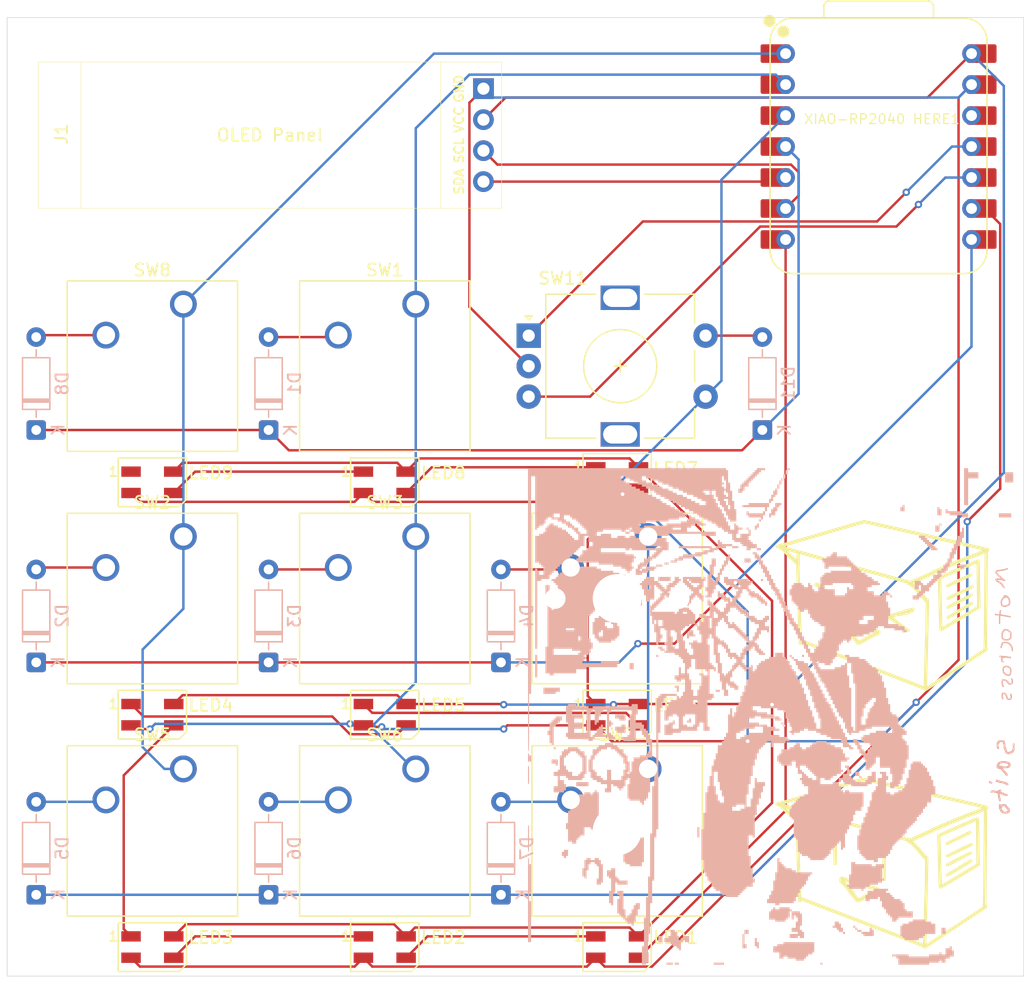
<source format=kicad_pcb>
(kicad_pcb (version 20241229) (generator "pcbnew") (generator_version "9.0")
  (layers (0 "F.Cu" signal) (2 "B.Cu" signal) (13 "F.Paste" user) (15 "B.Paste" user) (5 "F.SilkS" user "F.Silkscreen") (7 "B.SilkS" user "B.Silkscreen") (1 "F.Mask" user) (3 "B.Mask" user) (25 "Edge.Cuts" user))
  (net 0 "")
  (net 1 "Row 0")
  (net 2 "Net-(D1-A)")
  (net 3 "Net-(D2-A)")
  (net 4 "Net-(D3-A)")
  (net 5 "Row 1")
  (net 6 "Net-(D5-A)")
  (net 7 "Net-(D6-A)")
  (net 8 "Row 2")
  (net 9 "Net-(D8-A)")
  (net 10 "SW11S2")
  (net 11 "LED")
  (net 12 "+5V")
  (net 13 "GND")
  (net 14 "Net-(D4-A)")
  (net 15 "Net-(LED1-DOUT)")
  (net 16 "Net-(LED2-DOUT)")
  (net 17 "Net-(LED3-DOUT)")
  (net 18 "Net-(LED4-DOUT)")
  (net 19 "Net-(LED5-DOUT)")
  (net 20 "Net-(LED6-DOUT)")
  (net 21 "Net-(LED7-DOUT)")
  (net 22 "Net-(LED8-DOUT)")
  (net 23 "SDA")
  (net 24 "SCL")
  (net 26 "Column 0")
  (net 27 "Column 1")
  (net 28 "Column 2")
  (net 29 "SW11B")
  (net 30 "SW11A")
  (net 32 "Net-(D7-A)")
  (footprint "3D_Model_Footprints:LED_SK6812MINI_PLCC4_3.5x3.5mm_P1.75mm" (layer "F.Cu") (at 114.3 104.4175)
    (property "Reference" "LED7" (at 4.8 -0.775 0) (layer "F.SilkS"))
    (property "Value" "SK6812MINI")
    (fp_text user "1" (at -3.2 -0.875 0) (layer "F.SilkS") (effects (font (size 0.8 0.8))))
    (pad "1" smd rect (at -1.75 -0.875) (size 1.6 0.85) (layers "F.Cu" "F.Mask" "F.Paste") (net 21 "Net-(LED7-DOUT)"))
    (pad "2" smd rect (at -1.75 0.875) (size 1.6 0.85) (layers "F.Cu" "F.Mask" "F.Paste") (net 13 "GND"))
    (pad "3" smd rect (at 1.75 0.875) (size 1.6 0.85) (layers "F.Cu" "F.Mask" "F.Paste") (net 20 "Net-(LED6-DOUT)"))
    (pad "4" smd rect (at 1.75 -0.875) (size 1.6 0.85) (layers "F.Cu" "F.Mask" "F.Paste") (net 12 "+5V"))
  )
  (footprint "3D_Model_Footprints:XIAO-RP2040-DIP" (layer "F.Cu") (at 135.73125 77.25)
    (property "Reference" "XIAO-RP2040 HERE1" (at 0.26875 -2.25 0) (layer "F.SilkS") (effects (font (size 0.8 0.8) (thickness 0.1016))))
    (property "Value" "XIAO-RP2040-DIP")
    (pad "1" smd roundrect (at -8.455 -7.62 180) (size 2.432 1.524) (layers "F.Cu" "F.Mask") (roundrect_rratio 0.1) (net 26 "Column 0"))
    (pad "1" thru_hole circle (at -7.62 -7.62 180) (size 1.524 1.524) (drill 0.889) (layers "*.Cu" "*.Mask") (net 26 "Column 0"))
    (pad "2" smd roundrect (at -8.455 -5.08 180) (size 2.432 1.524) (layers "F.Cu" "F.Mask") (roundrect_rratio 0.1) (net 27 "Column 1"))
    (pad "2" thru_hole circle (at -7.62 -5.08 180) (size 1.524 1.524) (drill 0.889) (layers "*.Cu" "*.Mask") (net 27 "Column 1"))
    (pad "3" smd roundrect (at -8.455 -2.54 180) (size 2.432 1.524) (layers "F.Cu" "F.Mask") (roundrect_rratio 0.1) (net 28 "Column 2"))
    (pad "3" thru_hole circle (at -7.62 -2.54 180) (size 1.524 1.524) (drill 0.889) (layers "*.Cu" "*.Mask") (net 28 "Column 2"))
    (pad "4" smd roundrect (at -8.455 0 180) (size 2.432 1.524) (layers "F.Cu" "F.Mask") (roundrect_rratio 0.1) (net 1 "Row 0"))
    (pad "4" thru_hole circle (at -7.62 0 180) (size 1.524 1.524) (drill 0.889) (layers "*.Cu" "*.Mask") (net 1 "Row 0"))
    (pad "5" smd roundrect (at -8.455 2.54 180) (size 2.432 1.524) (layers "F.Cu" "F.Mask") (roundrect_rratio 0.1) (net 23 "SDA"))
    (pad "5" thru_hole circle (at -7.62 2.54 180) (size 1.524 1.524) (drill 0.889) (layers "*.Cu" "*.Mask") (net 23 "SDA"))
    (pad "6" smd roundrect (at -8.455 5.08 180) (size 2.432 1.524) (layers "F.Cu" "F.Mask") (roundrect_rratio 0.1) (net 24 "SCL"))
    (pad "6" thru_hole circle (at -7.62 5.08 180) (size 1.524 1.524) (drill 0.889) (layers "*.Cu" "*.Mask") (net 24 "SCL"))
    (pad "7" smd roundrect (at -8.455 7.62 180) (size 2.432 1.524) (layers "F.Cu" "F.Mask") (roundrect_rratio 0.1) (net 11 "LED"))
    (pad "7" thru_hole circle (at -7.62 7.62 180) (size 1.524 1.524) (drill 0.889) (layers "*.Cu" "*.Mask") (net 11 "LED"))
    (pad "8" thru_hole circle (at 7.62 7.62) (size 1.524 1.524) (drill 0.889) (layers "*.Cu" "*.Mask") (net 5 "Row 1"))
    (pad "8" smd roundrect (at 8.455 7.62) (size 2.432 1.524) (layers "F.Cu" "F.Mask") (roundrect_rratio 0.1) (net 5 "Row 1"))
    (pad "9" thru_hole circle (at 7.62 5.08) (size 1.524 1.524) (drill 0.889) (layers "*.Cu" "*.Mask") (net 8 "Row 2"))
    (pad "9" smd roundrect (at 8.455 5.08) (size 2.432 1.524) (layers "F.Cu" "F.Mask") (roundrect_rratio 0.1) (net 8 "Row 2"))
    (pad "10" thru_hole circle (at 7.62 2.54) (size 1.524 1.524) (drill 0.889) (layers "*.Cu" "*.Mask") (net 29 "SW11B"))
    (pad "10" smd roundrect (at 8.455 2.54) (size 2.432 1.524) (layers "F.Cu" "F.Mask") (roundrect_rratio 0.1) (net 29 "SW11B"))
    (pad "11" thru_hole circle (at 7.62 0) (size 1.524 1.524) (drill 0.889) (layers "*.Cu" "*.Mask") (net 30 "SW11A"))
    (pad "11" smd roundrect (at 8.455 0) (size 2.432 1.524) (layers "F.Cu" "F.Mask") (roundrect_rratio 0.1) (net 30 "SW11A"))
    (pad "12" thru_hole circle (at 7.62 -2.54) (size 1.524 1.524) (drill 0.889) (layers "*.Cu" "*.Mask"))
    (pad "12" smd roundrect (at 8.455 -2.54) (size 2.432 1.524) (layers "F.Cu" "F.Mask") (roundrect_rratio 0.1))
    (pad "13" thru_hole circle (at 7.62 -5.08) (size 1.524 1.524) (drill 0.889) (layers "*.Cu" "*.Mask") (net 13 "GND"))
    (pad "13" smd roundrect (at 8.455 -5.08) (size 2.432 1.524) (layers "F.Cu" "F.Mask") (roundrect_rratio 0.1) (net 13 "GND"))
    (pad "14" thru_hole circle (at 7.62 -7.62) (size 1.524 1.524) (drill 0.889) (layers "*.Cu" "*.Mask") (net 12 "+5V"))
    (pad "14" smd roundrect (at 8.455 -7.62) (size 2.432 1.524) (layers "F.Cu" "F.Mask") (roundrect_rratio 0.1) (net 12 "+5V"))
  )
  (footprint "3D_Model_Footprints:LED_SK6812MINI_PLCC4_3.5x3.5mm_P1.75mm" (layer "F.Cu") (at 95.25 142.875)
    (property "Reference" "LED2" (at 4.8 -0.775 0) (layer "F.SilkS"))
    (property "Value" "SK6812MINI")
    (fp_text user "1" (at -3.2 -0.875 0) (layer "F.SilkS") (effects (font (size 0.8 0.8))))
    (pad "1" smd rect (at -1.75 -0.875) (size 1.6 0.85) (layers "F.Cu" "F.Mask" "F.Paste") (net 16 "Net-(LED2-DOUT)"))
    (pad "2" smd rect (at -1.75 0.875) (size 1.6 0.85) (layers "F.Cu" "F.Mask" "F.Paste") (net 13 "GND"))
    (pad "3" smd rect (at 1.75 0.875) (size 1.6 0.85) (layers "F.Cu" "F.Mask" "F.Paste") (net 15 "Net-(LED1-DOUT)"))
    (pad "4" smd rect (at 1.75 -0.875) (size 1.6 0.85) (layers "F.Cu" "F.Mask" "F.Paste") (net 12 "+5V"))
  )
  (footprint "3D_Model_Footprints:SW_Cherry_MX_1.00u_PCB_With_3D_Model" (layer "F.Cu") (at 78.74 90.17)
    (property "Reference" "SW8" (at -2.54 -2.794 0) (layer "F.SilkS"))
    (property "Value" "SW_Push")
    (pad "" np_thru_hole circle (at -7.62 5.08) (size 1.7 1.7) (drill 1.7) (layers "*.Cu" "*.Mask"))
    (pad "" np_thru_hole circle (at -2.54 5.08) (size 4 4) (drill 4) (layers "*.Cu" "*.Mask"))
    (pad "" np_thru_hole circle (at 2.54 5.08) (size 1.7 1.7) (drill 1.7) (layers "*.Cu" "*.Mask"))
    (pad "1" thru_hole circle (at 0 0) (size 2.2 2.2) (drill 1.5) (layers "*.Cu" "*.Mask") (net 26 "Column 0"))
    (pad "2" thru_hole circle (at -6.35 2.54) (size 2.2 2.2) (drill 1.5) (layers "*.Cu" "*.Mask") (net 9 "Net-(D8-A)"))
  )
  (footprint "3D_Model_Footprints:SW_Cherry_MX_1.00u_PCB_With_3D_Model" (layer "F.Cu") (at 78.74 109.22)
    (property "Reference" "SW2" (at -2.54 -2.794 0) (layer "F.SilkS"))
    (property "Value" "SW_Push")
    (pad "" np_thru_hole circle (at -7.62 5.08) (size 1.7 1.7) (drill 1.7) (layers "*.Cu" "*.Mask"))
    (pad "" np_thru_hole circle (at -2.54 5.08) (size 4 4) (drill 4) (layers "*.Cu" "*.Mask"))
    (pad "" np_thru_hole circle (at 2.54 5.08) (size 1.7 1.7) (drill 1.7) (layers "*.Cu" "*.Mask"))
    (pad "1" thru_hole circle (at 0 0) (size 2.2 2.2) (drill 1.5) (layers "*.Cu" "*.Mask") (net 26 "Column 0"))
    (pad "2" thru_hole circle (at -6.35 2.54) (size 2.2 2.2) (drill 1.5) (layers "*.Cu" "*.Mask") (net 3 "Net-(D2-A)"))
  )
  (footprint "3D_Model_Footprints:LED_SK6812MINI_PLCC4_3.5x3.5mm_P1.75mm" (layer "F.Cu") (at 76.2 142.875)
    (property "Reference" "LED3" (at 4.8 -0.775 0) (layer "F.SilkS"))
    (property "Value" "SK6812MINI")
    (fp_text user "1" (at -3.2 -0.875 0) (layer "F.SilkS") (effects (font (size 0.8 0.8))))
    (pad "1" smd rect (at -1.75 -0.875) (size 1.6 0.85) (layers "F.Cu" "F.Mask" "F.Paste") (net 17 "Net-(LED3-DOUT)"))
    (pad "2" smd rect (at -1.75 0.875) (size 1.6 0.85) (layers "F.Cu" "F.Mask" "F.Paste") (net 13 "GND"))
    (pad "3" smd rect (at 1.75 0.875) (size 1.6 0.85) (layers "F.Cu" "F.Mask" "F.Paste") (net 16 "Net-(LED2-DOUT)"))
    (pad "4" smd rect (at 1.75 -0.875) (size 1.6 0.85) (layers "F.Cu" "F.Mask" "F.Paste") (net 12 "+5V"))
  )
  (footprint "3D_Model_Footprints:SW_Cherry_MX_1.00u_PCB_With_3D_Model" (layer "F.Cu") (at 116.84 109.22)
    (property "Reference" "SW4" (at -2.54 -2.794 0) (layer "F.SilkS"))
    (property "Value" "SW_Push")
    (pad "" np_thru_hole circle (at -7.62 5.08) (size 1.7 1.7) (drill 1.7) (layers "*.Cu" "*.Mask"))
    (pad "" np_thru_hole circle (at -2.54 5.08) (size 4 4) (drill 4) (layers "*.Cu" "*.Mask"))
    (pad "" np_thru_hole circle (at 2.54 5.08) (size 1.7 1.7) (drill 1.7) (layers "*.Cu" "*.Mask"))
    (pad "1" thru_hole circle (at 0 0) (size 2.2 2.2) (drill 1.5) (layers "*.Cu" "*.Mask") (net 28 "Column 2"))
    (pad "2" thru_hole circle (at -6.35 2.54) (size 2.2 2.2) (drill 1.5) (layers "*.Cu" "*.Mask") (net 14 "Net-(D4-A)"))
  )
  (footprint "3D_Model_Footprints:LED_SK6812MINI_PLCC4_3.5x3.5mm_P1.75mm" (layer "F.Cu") (at 76.2 104.775)
    (property "Reference" "LED9" (at 4.8 -0.775 0) (layer "F.SilkS"))
    (property "Value" "SK6812MINI")
    (fp_text user "1" (at -3.2 -0.875 0) (layer "F.SilkS") (effects (font (size 0.8 0.8))))
    (pad "1" smd rect (at -1.75 -0.875) (size 1.6 0.85) (layers "F.Cu" "F.Mask" "F.Paste"))
    (pad "2" smd rect (at -1.75 0.875) (size 1.6 0.85) (layers "F.Cu" "F.Mask" "F.Paste") (net 13 "GND"))
    (pad "3" smd rect (at 1.75 0.875) (size 1.6 0.85) (layers "F.Cu" "F.Mask" "F.Paste") (net 22 "Net-(LED8-DOUT)"))
    (pad "4" smd rect (at 1.75 -0.875) (size 1.6 0.85) (layers "F.Cu" "F.Mask" "F.Paste") (net 12 "+5V"))
  )
  (footprint "3D_Model_Footprints:SW_Cherry_MX_1.00u_PCB_With_3D_Model" (layer "F.Cu") (at 78.74 128.27)
    (property "Reference" "SW5" (at -2.54 -2.794 0) (layer "F.SilkS"))
    (property "Value" "SW_Push")
    (pad "" np_thru_hole circle (at -7.62 5.08) (size 1.7 1.7) (drill 1.7) (layers "*.Cu" "*.Mask"))
    (pad "" np_thru_hole circle (at -2.54 5.08) (size 4 4) (drill 4) (layers "*.Cu" "*.Mask"))
    (pad "" np_thru_hole circle (at 2.54 5.08) (size 1.7 1.7) (drill 1.7) (layers "*.Cu" "*.Mask"))
    (pad "1" thru_hole circle (at 0 0) (size 2.2 2.2) (drill 1.5) (layers "*.Cu" "*.Mask") (net 26 "Column 0"))
    (pad "2" thru_hole circle (at -6.35 2.54) (size 2.2 2.2) (drill 1.5) (layers "*.Cu" "*.Mask") (net 6 "Net-(D5-A)"))
  )
  (footprint "Images:tv2" (layer "F.Cu") (at 137 116)
    (property "Reference" "G***" (hide yes))
    (property "Value" "LOGO" (hide yes))
  )
  (footprint "3D_Model_Footprints:LED_SK6812MINI_PLCC4_3.5x3.5mm_P1.75mm" (layer "F.Cu") (at 95.25 104.775)
    (property "Reference" "LED8" (at 4.8 -0.775 0) (layer "F.SilkS"))
    (property "Value" "SK6812MINI")
    (fp_text user "1" (at -3.2 -0.875 0) (layer "F.SilkS") (effects (font (size 0.8 0.8))))
    (pad "1" smd rect (at -1.75 -0.875) (size 1.6 0.85) (layers "F.Cu" "F.Mask" "F.Paste") (net 22 "Net-(LED8-DOUT)"))
    (pad "2" smd rect (at -1.75 0.875) (size 1.6 0.85) (layers "F.Cu" "F.Mask" "F.Paste") (net 13 "GND"))
    (pad "3" smd rect (at 1.75 0.875) (size 1.6 0.85) (layers "F.Cu" "F.Mask" "F.Paste") (net 21 "Net-(LED7-DOUT)"))
    (pad "4" smd rect (at 1.75 -0.875) (size 1.6 0.85) (layers "F.Cu" "F.Mask" "F.Paste") (net 12 "+5V"))
  )
  (footprint "3D_Model_Footprints:SW_Cherry_MX_1.00u_PCB_With_3D_Model" (layer "F.Cu") (at 97.79 109.22)
    (property "Reference" "SW3" (at -2.54 -2.794 0) (layer "F.SilkS"))
    (property "Value" "SW_Push")
    (pad "" np_thru_hole circle (at -7.62 5.08) (size 1.7 1.7) (drill 1.7) (layers "*.Cu" "*.Mask"))
    (pad "" np_thru_hole circle (at -2.54 5.08) (size 4 4) (drill 4) (layers "*.Cu" "*.Mask"))
    (pad "" np_thru_hole circle (at 2.54 5.08) (size 1.7 1.7) (drill 1.7) (layers "*.Cu" "*.Mask"))
    (pad "1" thru_hole circle (at 0 0) (size 2.2 2.2) (drill 1.5) (layers "*.Cu" "*.Mask") (net 27 "Column 1"))
    (pad "2" thru_hole circle (at -6.35 2.54) (size 2.2 2.2) (drill 1.5) (layers "*.Cu" "*.Mask") (net 4 "Net-(D3-A)"))
  )
  (footprint "3D_Model_Footprints:SW_Cherry_MX_1.00u_PCB_With_3D_Model" (layer "F.Cu") (at 97.79 128.27)
    (property "Reference" "SW6" (at -2.54 -2.794 0) (layer "F.SilkS"))
    (property "Value" "SW_Push")
    (pad "" np_thru_hole circle (at -7.62 5.08) (size 1.7 1.7) (drill 1.7) (layers "*.Cu" "*.Mask"))
    (pad "" np_thru_hole circle (at -2.54 5.08) (size 4 4) (drill 4) (layers "*.Cu" "*.Mask"))
    (pad "" np_thru_hole circle (at 2.54 5.08) (size 1.7 1.7) (drill 1.7) (layers "*.Cu" "*.Mask"))
    (pad "1" thru_hole circle (at 0 0) (size 2.2 2.2) (drill 1.5) (layers "*.Cu" "*.Mask") (net 27 "Column 1"))
    (pad "2" thru_hole circle (at -6.35 2.54) (size 2.2 2.2) (drill 1.5) (layers "*.Cu" "*.Mask") (net 7 "Net-(D6-A)"))
  )
  (footprint "3D_Model_Footprints:SW_Cherry_MX_1.00u_PCB_With_3D_Model" (layer "F.Cu") (at 116.84 128.27)
    (property "Reference" "SW7" (at -2.54 -2.794 0) (layer "F.SilkS"))
    (property "Value" "SW_Push")
    (pad "" np_thru_hole circle (at -7.62 5.08) (size 1.7 1.7) (drill 1.7) (layers "*.Cu" "*.Mask"))
    (pad "" np_thru_hole circle (at -2.54 5.08) (size 4 4) (drill 4) (layers "*.Cu" "*.Mask"))
    (pad "" np_thru_hole circle (at 2.54 5.08) (size 1.7 1.7) (drill 1.7) (layers "*.Cu" "*.Mask"))
    (pad "1" thru_hole circle (at 0 0) (size 2.2 2.2) (drill 1.5) (layers "*.Cu" "*.Mask") (net 28 "Column 2"))
    (pad "2" thru_hole circle (at -6.35 2.54) (size 2.2 2.2) (drill 1.5) (layers "*.Cu" "*.Mask") (net 32 "Net-(D7-A)"))
  )
  (footprint "3D_Model_Footprints:SSD1306-0.91-OLED-4pin" (layer "F.Cu") (at 66.84 70.315)
    (property "Reference" "J1" (at 1.9 5.91 90) (layer "F.SilkS"))
    (property "Value" "OLED Connection")
    (fp_text user "OLED Panel" (at 19 6 0) (layer "F.SilkS"))
    (fp_text user "SDA" (at 34.5 9.81 270) (layer "F.SilkS") (effects (font (size 0.75 0.75))))
    (fp_text user "VCC" (at 34.5 4.73 270) (layer "F.SilkS") (effects (font (size 0.75 0.75))))
    (fp_text user "GND" (at 34.5 2.19 270) (layer "F.SilkS") (effects (font (size 0.75 0.75))))
    (fp_text user "SCL" (at 34.5 7.27 270) (layer "F.SilkS") (effects (font (size 0.75 0.75))))
    (pad "1" thru_hole rect (at 36.5 2.19) (size 1.7 1.7) (drill 1) (layers "*.Cu" "*.Mask") (net 13 "GND"))
    (pad "2" thru_hole oval (at 36.5 4.73) (size 1.7 1.7) (drill 1) (layers "*.Cu" "*.Mask") (net 12 "+5V"))
    (pad "3" thru_hole oval (at 36.5 7.27) (size 1.7 1.7) (drill 1) (layers "*.Cu" "*.Mask") (net 24 "SCL"))
    (pad "4" thru_hole oval (at 36.5 9.81) (size 1.7 1.7) (drill 1) (layers "*.Cu" "*.Mask") (net 23 "SDA"))
  )
  (footprint "3D_Model_Footprints:LED_SK6812MINI_PLCC4_3.5x3.5mm_P1.75mm" (layer "F.Cu") (at 114.3 123.825)
    (property "Reference" "LED6" (at 4.8 -0.775 0) (layer "F.SilkS"))
    (property "Value" "SK6812MINI")
    (fp_text user "1" (at -3.2 -0.875 0) (layer "F.SilkS") (effects (font (size 0.8 0.8))))
    (pad "1" smd rect (at -1.75 -0.875) (size 1.6 0.85) (layers "F.Cu" "F.Mask" "F.Paste") (net 20 "Net-(LED6-DOUT)"))
    (pad "2" smd rect (at -1.75 0.875) (size 1.6 0.85) (layers "F.Cu" "F.Mask" "F.Paste") (net 13 "GND"))
    (pad "3" smd rect (at 1.75 0.875) (size 1.6 0.85) (layers "F.Cu" "F.Mask" "F.Paste") (net 19 "Net-(LED5-DOUT)"))
    (pad "4" smd rect (at 1.75 -0.875) (size 1.6 0.85) (layers "F.Cu" "F.Mask" "F.Paste") (net 12 "+5V"))
  )
  (footprint "3D_Model_Footprints:RotaryEncoder_Alps_EC11E-Switch_Vertical_H20mm" (layer "F.Cu") (at 107.05 92.75)
    (property "Reference" "SW11" (at 2.8 -4.7 0) (layer "F.SilkS"))
    (property "Value" "RotaryEncoder_Switch")
    (pad "A" thru_hole rect (at 0 0) (size 2 2) (drill 1) (layers "*.Cu" "*.Mask") (net 30 "SW11A"))
    (pad "B" thru_hole circle (at 0 5) (size 2 2) (drill 1) (layers "*.Cu" "*.Mask") (net 29 "SW11B"))
    (pad "C" thru_hole circle (at 0 2.5) (size 2 2) (drill 1) (layers "*.Cu" "*.Mask") (net 13 "GND"))
    (pad "MP" thru_hole rect (at 7.5 -3.1) (size 3.2 2) (drill oval 2.8 1.5) (layers "*.Cu" "*.Mask"))
    (pad "MP" thru_hole rect (at 7.5 8.1) (size 3.2 2) (drill oval 2.8 1.5) (layers "*.Cu" "*.Mask"))
    (pad "S1" thru_hole circle (at 14.5 5) (size 2 2) (drill 1) (layers "*.Cu" "*.Mask") (net 28 "Column 2"))
    (pad "S2" thru_hole circle (at 14.5 0) (size 2 2) (drill 1) (layers "*.Cu" "*.Mask") (net 10 "SW11S2"))
  )
  (footprint "3D_Model_Footprints:LED_SK6812MINI_PLCC4_3.5x3.5mm_P1.75mm" (layer "F.Cu") (at 114.3 142.875)
    (property "Reference" "LED1" (at 4.8 -0.775 0) (layer "F.SilkS"))
    (property "Value" "SK6812MINI")
    (fp_text user "1" (at -3.2 -0.875 0) (layer "F.SilkS") (effects (font (size 0.8 0.8))))
    (pad "1" smd rect (at -1.75 -0.875) (size 1.6 0.85) (layers "F.Cu" "F.Mask" "F.Paste") (net 15 "Net-(LED1-DOUT)"))
    (pad "2" smd rect (at -1.75 0.875) (size 1.6 0.85) (layers "F.Cu" "F.Mask" "F.Paste") (net 13 "GND"))
    (pad "3" smd rect (at 1.75 0.875) (size 1.6 0.85) (layers "F.Cu" "F.Mask" "F.Paste") (net 11 "LED"))
    (pad "4" smd rect (at 1.75 -0.875) (size 1.6 0.85) (layers "F.Cu" "F.Mask" "F.Paste") (net 12 "+5V"))
  )
  (footprint "Images:tv" (layer "F.Cu") (at 136.947039 137.118742)
    (property "Reference" "G***" (hide yes))
    (property "Value" "LOGO" (hide yes))
  )
  (footprint "3D_Model_Footprints:SW_Cherry_MX_1.00u_PCB_With_3D_Model" (layer "F.Cu") (at 97.79 90.17)
    (property "Reference" "SW1" (at -2.54 -2.794 0) (layer "F.SilkS"))
    (property "Value" "SW_Push")
    (pad "" np_thru_hole circle (at -7.62 5.08) (size 1.7 1.7) (drill 1.7) (layers "*.Cu" "*.Mask"))
    (pad "" np_thru_hole circle (at -2.54 5.08) (size 4 4) (drill 4) (layers "*.Cu" "*.Mask"))
    (pad "" np_thru_hole circle (at 2.54 5.08) (size 1.7 1.7) (drill 1.7) (layers "*.Cu" "*.Mask"))
    (pad "1" thru_hole circle (at 0 0) (size 2.2 2.2) (drill 1.5) (layers "*.Cu" "*.Mask") (net 27 "Column 1"))
    (pad "2" thru_hole circle (at -6.35 2.54) (size 2.2 2.2) (drill 1.5) (layers "*.Cu" "*.Mask") (net 2 "Net-(D1-A)"))
  )
  (footprint "3D_Model_Footprints:LED_SK6812MINI_PLCC4_3.5x3.5mm_P1.75mm" (layer "F.Cu") (at 76.2 123.825)
    (property "Reference" "LED4" (at 4.8 -0.775 0) (layer "F.SilkS"))
    (property "Value" "SK6812MINI")
    (fp_text user "1" (at -3.2 -0.875 0) (layer "F.SilkS") (effects (font (size 0.8 0.8))))
    (pad "1" smd rect (at -1.75 -0.875) (size 1.6 0.85) (layers "F.Cu" "F.Mask" "F.Paste") (net 18 "Net-(LED4-DOUT)"))
    (pad "2" smd rect (at -1.75 0.875) (size 1.6 0.85) (layers "F.Cu" "F.Mask" "F.Paste") (net 13 "GND"))
    (pad "3" smd rect (at 1.75 0.875) (size 1.6 0.85) (layers "F.Cu" "F.Mask" "F.Paste") (net 17 "Net-(LED3-DOUT)"))
    (pad "4" smd rect (at 1.75 -0.875) (size 1.6 0.85) (layers "F.Cu" "F.Mask" "F.Paste") (net 12 "+5V"))
  )
  (footprint "3D_Model_Footprints:LED_SK6812MINI_PLCC4_3.5x3.5mm_P1.75mm" (layer "F.Cu") (at 95.25 123.825)
    (property "Reference" "LED5" (at 4.8 -0.775 0) (layer "F.SilkS"))
    (property "Value" "SK6812MINI")
    (fp_text user "1" (at -3.2 -0.875 0) (layer "F.SilkS") (effects (font (size 0.8 0.8))))
    (pad "1" smd rect (at -1.75 -0.875) (size 1.6 0.85) (layers "F.Cu" "F.Mask" "F.Paste") (net 19 "Net-(LED5-DOUT)"))
    (pad "2" smd rect (at -1.75 0.875) (size 1.6 0.85) (layers "F.Cu" "F.Mask" "F.Paste") (net 13 "GND"))
    (pad "3" smd rect (at 1.75 0.875) (size 1.6 0.85) (layers "F.Cu" "F.Mask" "F.Paste") (net 18 "Net-(LED4-DOUT)"))
    (pad "4" smd rect (at 1.75 -0.875) (size 1.6 0.85) (layers "F.Cu" "F.Mask" "F.Paste") (net 12 "+5V"))
  )
  (footprint "Diode_THT:D_DO-35_SOD27_P7.62mm_Horizontal" (layer "B.Cu") (at 85.725 119.53875 90)
    (property "Reference" "D3" (at 3.81 2.12 90) (layer "B.SilkS") (effects (justify mirror)))
    (property "Value" "1N4148")
    (fp_text user "K" (at 0 1.8 90) (layer "B.SilkS") (effects (justify mirror)))
    (pad "1" thru_hole roundrect (at 0 0 90) (size 1.6 1.6) (drill 0.8) (layers "*.Cu" "*.Mask") (roundrect_rratio 0.15625) (net 5 "Row 1"))
    (pad "2" thru_hole circle (at 7.62 0 90) (size 1.6 1.6) (drill 0.8) (layers "*.Cu" "*.Mask") (net 4 "Net-(D3-A)"))
  )
  (footprint "Diode_THT:D_DO-35_SOD27_P7.62mm_Horizontal" (layer "B.Cu") (at 85.725 138.58875 90)
    (property "Reference" "D6" (at 3.81 2.12 90) (layer "B.SilkS") (effects (justify mirror)))
    (property "Value" "1N4148")
    (fp_text user "K" (at 0 1.8 90) (layer "B.SilkS") (effects (justify mirror)))
    (pad "1" thru_hole roundrect (at 0 0 90) (size 1.6 1.6) (drill 0.8) (layers "*.Cu" "*.Mask") (roundrect_rratio 0.15625) (net 8 "Row 2"))
    (pad "2" thru_hole circle (at 7.62 0 90) (size 1.6 1.6) (drill 0.8) (layers "*.Cu" "*.Mask") (net 7 "Net-(D6-A)"))
  )
  (footprint "Diode_THT:D_DO-35_SOD27_P7.62mm_Horizontal" (layer "B.Cu") (at 66.675 100.48875 90)
    (property "Reference" "D8" (at 3.81 2.12 90) (layer "B.SilkS") (effects (justify mirror)))
    (property "Value" "1N4148")
    (fp_text user "K" (at 0 1.8 90) (layer "B.SilkS") (effects (justify mirror)))
    (pad "1" thru_hole roundrect (at 0 0 90) (size 1.6 1.6) (drill 0.8) (layers "*.Cu" "*.Mask") (roundrect_rratio 0.15625) (net 1 "Row 0"))
    (pad "2" thru_hole circle (at 7.62 0 90) (size 1.6 1.6) (drill 0.8) (layers "*.Cu" "*.Mask") (net 9 "Net-(D8-A)"))
  )
  (footprint "Images:anime" (layer "B.Cu") (at 127 124 180)
    (property "Reference" "anime" (hide yes))
    (property "Value" "LOGO" (hide yes))
  )
  (footprint "Diode_THT:D_DO-35_SOD27_P7.62mm_Horizontal" (layer "B.Cu") (at 66.675 119.53875 90)
    (property "Reference" "D2" (at 3.81 2.12 90) (layer "B.SilkS") (effects (justify mirror)))
    (property "Value" "1N4148")
    (fp_text user "K" (at 0 1.8 90) (layer "B.SilkS") (effects (justify mirror)))
    (pad "1" thru_hole roundrect (at 0 0 90) (size 1.6 1.6) (drill 0.8) (layers "*.Cu" "*.Mask") (roundrect_rratio 0.15625) (net 5 "Row 1"))
    (pad "2" thru_hole circle (at 7.62 0 90) (size 1.6 1.6) (drill 0.8) (layers "*.Cu" "*.Mask") (net 3 "Net-(D2-A)"))
  )
  (footprint "Diode_THT:D_DO-35_SOD27_P7.62mm_Horizontal" (layer "B.Cu") (at 126.20625 100.48875 90)
    (property "Reference" "D11" (at 3.81 2.12 90) (layer "B.SilkS") (effects (justify mirror)))
    (property "Value" "1N4148")
    (fp_text user "K" (at 0 1.8 90) (layer "B.SilkS") (effects (justify mirror)))
    (pad "1" thru_hole roundrect (at 0 0 90) (size 1.6 1.6) (drill 0.8) (layers "*.Cu" "*.Mask") (roundrect_rratio 0.15625) (net 1 "Row 0"))
    (pad "2" thru_hole circle (at 7.62 0 90) (size 1.6 1.6) (drill 0.8) (layers "*.Cu" "*.Mask") (net 10 "SW11S2"))
  )
  (footprint "Diode_THT:D_DO-35_SOD27_P7.62mm_Horizontal" (layer "B.Cu") (at 104.775 138.58875 90)
    (property "Reference" "D7" (at 3.81 2.12 90) (layer "B.SilkS") (effects (justify mirror)))
    (property "Value" "1N4148")
    (fp_text user "K" (at 0 1.8 90) (layer "B.SilkS") (effects (justify mirror)))
    (pad "1" thru_hole roundrect (at 0 0 90) (size 1.6 1.6) (drill 0.8) (layers "*.Cu" "*.Mask") (roundrect_rratio 0.15625) (net 8 "Row 2"))
    (pad "2" thru_hole circle (at 7.62 0 90) (size 1.6 1.6) (drill 0.8) (layers "*.Cu" "*.Mask") (net 32 "Net-(D7-A)"))
  )
  (footprint "Diode_THT:D_DO-35_SOD27_P7.62mm_Horizontal" (layer "B.Cu") (at 66.675 138.58875 90)
    (property "Reference" "D5" (at 3.81 2.12 90) (layer "B.SilkS") (effects (justify mirror)))
    (property "Value" "1N4148")
    (fp_text user "K" (at 0 1.8 90) (layer "B.SilkS") (effects (justify mirror)))
    (pad "1" thru_hole roundrect (at 0 0 90) (size 1.6 1.6) (drill 0.8) (layers "*.Cu" "*.Mask") (roundrect_rratio 0.15625) (net 8 "Row 2"))
    (pad "2" thru_hole circle (at 7.62 0 90) (size 1.6 1.6) (drill 0.8) (layers "*.Cu" "*.Mask") (net 6 "Net-(D5-A)"))
  )
  (footprint "Diode_THT:D_DO-35_SOD27_P7.62mm_Horizontal" (layer "B.Cu") (at 104.775 119.53875 90)
    (property "Reference" "D4" (at 3.81 2.12 90) (layer "B.SilkS") (effects (justify mirror)))
    (property "Value" "1N4148")
    (fp_text user "K" (at 0 1.8 90) (layer "B.SilkS") (effects (justify mirror)))
    (pad "1" thru_hole roundrect (at 0 0 90) (size 1.6 1.6) (drill 0.8) (layers "*.Cu" "*.Mask") (roundrect_rratio 0.15625) (net 5 "Row 1"))
    (pad "2" thru_hole circle (at 7.62 0 90) (size 1.6 1.6) (drill 0.8) (layers "*.Cu" "*.Mask") (net 14 "Net-(D4-A)"))
  )
  (footprint "Diode_THT:D_DO-35_SOD27_P7.62mm_Horizontal" (layer "B.Cu") (at 85.725 100.48875 90)
    (property "Reference" "D1" (at 3.81 2.12 90) (layer "B.SilkS") (effects (justify mirror)))
    (property "Value" "1N4148")
    (fp_text user "K" (at 0 1.8 90) (layer "B.SilkS") (effects (justify mirror)))
    (pad "1" thru_hole roundrect (at 0 0 90) (size 1.6 1.6) (drill 0.8) (layers "*.Cu" "*.Mask") (roundrect_rratio 0.15625) (net 1 "Row 0"))
    (pad "2" thru_hole circle (at 7.62 0 90) (size 1.6 1.6) (drill 0.8) (layers "*.Cu" "*.Mask") (net 2 "Net-(D1-A)"))
  )
  (gr_rect (start 64.29375 66.675) (end 147.6375 145.25625) (stroke (width 0.05)) (fill no) (layer "Edge.Cuts"))
  (segment (start 66.675 100.48875) (end 85.725 100.48875) (width 0.2) (layer "F.Cu") (net 1))
  (segment (start 124.544 102.151) (end 126.20625 100.48875) (width 0.2) (layer "F.Cu") (net 1))
  (segment (start 87.38725 102.151) (end 124.544 102.151) (width 0.2) (layer "F.Cu") (net 1))
  (segment (start 85.725 100.48875) (end 87.38725 102.151) (width 0.2) (layer "F.Cu") (net 1))
  (segment (start 129.17425 97.52075) (end 129.17425 78.313) (width 0.2) (layer "B.Cu") (net 1))
  (segment (start 126.20625 100.48875) (end 129.17425 97.52075) (width 0.2) (layer "B.Cu") (net 1))
  (segment (start 129.17425 78.313) (end 128.11125 77.25) (width 0.2) (layer "B.Cu") (net 1))
  (segment (start 85.725 92.86875) (end 91.28125 92.86875) (width 0.2) (layer "F.Cu") (net 2))
  (segment (start 91.28125 92.86875) (end 91.44 92.71) (width 0.2) (layer "F.Cu") (net 2))
  (segment (start 66.83375 111.76) (end 66.675 111.91875) (width 0.2) (layer "F.Cu") (net 3))
  (segment (start 72.39 111.76) (end 66.83375 111.76) (width 0.2) (layer "F.Cu") (net 3))
  (segment (start 91.28125 111.91875) (end 91.44 111.76) (width 0.2) (layer "F.Cu") (net 4))
  (segment (start 85.725 111.91875) (end 91.28125 111.91875) (width 0.2) (layer "F.Cu") (net 4))
  (segment (start 116 118) (end 119 118) (width 0.2) (layer "F.Cu") (net 5))
  (segment (start 119 118) (end 124 113) (width 0.2) (layer "F.Cu") (net 5))
  (segment (start 85.725 119.53875) (end 104.775 119.53875) (width 0.2) (layer "F.Cu") (net 5))
  (segment (start 66.675 119.53875) (end 85.725 119.53875) (width 0.2) (layer "F.Cu") (net 5))
  (via (at 116 118) (size 0.6) (drill 0.3) (layers "F.Cu" "B.Cu") (net 5))
  (via (at 124 113) (size 0.6) (drill 0.3) (layers "F.Cu" "B.Cu") (net 5))
  (segment (start 114.46125 119.53875) (end 116 118) (width 0.2) (layer "B.Cu") (net 5))
  (segment (start 124 113) (end 143.35125 93.64875) (width 0.2) (layer "B.Cu") (net 5))
  (segment (start 143.35125 93.64875) (end 143.35125 84.87) (width 0.2) (layer "B.Cu") (net 5))
  (segment (start 104.775 119.53875) (end 114.46125 119.53875) (width 0.2) (layer "B.Cu") (net 5))
  (segment (start 72.23125 130.96875) (end 72.39 130.81) (width 0.2) (layer "B.Cu") (net 6))
  (segment (start 66.675 130.96875) (end 72.23125 130.96875) (width 0.2) (layer "B.Cu") (net 6))
  (segment (start 91.28125 130.96875) (end 91.44 130.81) (width 0.2) (layer "B.Cu") (net 7))
  (segment (start 85.725 130.96875) (end 91.28125 130.96875) (width 0.2) (layer "B.Cu") (net 7))
  (segment (start 144.42888 82.33) (end 143.35125 82.33) (width 0.2) (layer "F.Cu") (net 8))
  (segment (start 145.70325 83.60437) (end 144.42888 82.33) (width 0.2) (layer "F.Cu") (net 8))
  (segment (start 145.70325 105.29675) (end 145.70325 83.60437) (width 0.2) (layer "F.Cu") (net 8))
  (segment (start 143 108) (end 145.70325 105.29675) (width 0.2) (layer "F.Cu") (net 8))
  (via (at 143 108) (size 0.6) (drill 0.3) (layers "F.Cu" "B.Cu") (net 8))
  (segment (start 66.675 138.58875) (end 85.725 138.58875) (width 0.2) (layer "B.Cu") (net 8))
  (segment (start 123.888193 138.58875) (end 143 119.476943) (width 0.2) (layer "B.Cu") (net 8))
  (segment (start 104.775 138.58875) (end 123.888193 138.58875) (width 0.2) (layer "B.Cu") (net 8))
  (segment (start 143 119.476943) (end 143 108) (width 0.2) (layer "B.Cu") (net 8))
  (segment (start 85.725 138.58875) (end 104.775 138.58875) (width 0.2) (layer "B.Cu") (net 8))
  (segment (start 66.83375 92.71) (end 66.675 92.86875) (width 0.2) (layer "F.Cu") (net 9))
  (segment (start 72.39 92.71) (end 66.83375 92.71) (width 0.2) (layer "F.Cu") (net 9))
  (segment (start 121.55 92.75) (end 126.0875 92.75) (width 0.2) (layer "F.Cu") (net 10))
  (segment (start 126.0875 92.75) (end 126.20625 92.86875) (width 0.2) (layer "F.Cu") (net 10))
  (segment (start 116.05 143.75) (end 128.11125 131.68875) (width 0.2) (layer "F.Cu") (net 11))
  (segment (start 128.11125 131.68875) (end 128.11125 84.87) (width 0.2) (layer "F.Cu") (net 11))
  (segment (start 139.74825 73.233) (end 143.35125 69.63) (width 0.2) (layer "F.Cu") (net 12))
  (segment (start 116.05 103.5425) (end 127 114.4925) (width 0.2) (layer "F.Cu") (net 12))
  (segment (start 127 114.4925) (end 127 123) (width 0.2) (layer "F.Cu") (net 12))
  (segment (start 77.95 122.95) (end 78.676 122.224) (width 0.2) (layer "F.Cu") (net 12))
  (segment (start 97.726 141.274) (end 97 142) (width 0.2) (layer "F.Cu") (net 12))
  (segment (start 115.324 102.8165) (end 116.05 103.5425) (width 0.2) (layer "F.Cu") (net 12))
  (segment (start 116.05 122.95) (end 126.95 122.95) (width 0.2) (layer "F.Cu") (net 12))
  (segment (start 78.676 103.174) (end 96.274 103.174) (width 0.2) (layer "F.Cu") (net 12))
  (segment (start 96.274 103.174) (end 97 103.9) (width 0.2) (layer "F.Cu") (net 12))
  (segment (start 126.95 122.95) (end 127 123) (width 0.2) (layer "F.Cu") (net 12))
  (segment (start 78.95 141) (end 77.95 142) (width 0.2) (layer "F.Cu") (net 12))
  (segment (start 103.34 75.045) (end 105.152 73.233) (width 0.2) (layer "F.Cu") (net 12))
  (segment (start 114 123) (end 114.05 122.95) (width 0.2) (layer "F.Cu") (net 12))
  (segment (start 114.05 122.95) (end 116.05 122.95) (width 0.2) (layer "F.Cu") (net 12))
  (segment (start 97 103.9) (end 98.0835 102.8165) (width 0.2) (layer "F.Cu") (net 12))
  (segment (start 96.274 122.224) (end 97 122.95) (width 0.2) (layer "F.Cu") (net 12))
  (segment (start 127 131.05) (end 127 123) (width 0.2) (layer "F.Cu") (net 12))
  (segment (start 98.0835 102.8165) (end 115.324 102.8165) (width 0.2) (layer "F.Cu") (net 12))
  (segment (start 116.05 142) (end 115.324 141.274) (width 0.2) (layer "F.Cu") (net 12))
  (segment (start 96 141) (end 78.95 141) (width 0.2) (layer "F.Cu") (net 12))
  (segment (start 97 142) (end 96 141) (width 0.2) (layer "F.Cu") (net 12))
  (segment (start 115.324 141.274) (end 97.726 141.274) (width 0.2) (layer "F.Cu") (net 12))
  (segment (start 97 122.95) (end 104.95 122.95) (width 0.2) (layer "F.Cu") (net 12))
  (segment (start 77.95 103.9) (end 78.676 103.174) (width 0.2) (layer "F.Cu") (net 12))
  (segment (start 116.05 142) (end 127 131.05) (width 0.2) (layer "F.Cu") (net 12))
  (segment (start 105.152 73.233) (end 139.74825 73.233) (width 0.2) (layer "F.Cu") (net 12))
  (segment (start 78.676 122.224) (end 96.274 122.224) (width 0.2) (layer "F.Cu") (net 12))
  (segment (start 104.95 122.95) (end 105 123) (width 0.2) (layer "F.Cu") (net 12))
  (via (at 114 123) (size 0.6) (drill 0.3) (layers "F.Cu" "B.Cu") (net 12))
  (via (at 105 123) (size 0.6) (drill 0.3) (layers "F.Cu" "B.Cu") (net 12))
  (via (at 127 123) (size 0.6) (drill 0.3) (layers "F.Cu" "B.Cu") (net 12))
  (segment (start 146 72.27875) (end 143.35125 69.63) (width 0.2) (layer "B.Cu") (net 12))
  (segment (start 105 123) (end 114 123) (width 0.2) (layer "B.Cu") (net 12))
  (segment (start 146 104) (end 146 72.27875) (width 0.2) (layer "B.Cu") (net 12))
  (segment (start 127 123) (end 146 104) (width 0.2) (layer "B.Cu") (net 12))
  (segment (start 102.189 90.389) (end 102.189 73.656) (width 0.2) (layer "F.Cu") (net 13))
  (segment (start 93.5 143.75) (end 94.226 144.476) (width 0.2) (layer "F.Cu") (net 13))
  (segment (start 105.3 124.7) (end 105 125) (width 0.2) (layer "F.Cu") (net 13))
  (segment (start 93.5 124.7) (end 92.521529 124.7) (width 0.2) (layer "F.Cu") (net 13))
  (segment (start 93.626 124.826) (end 93.5 124.7) (width 0.2) (layer "F.Cu") (net 13))
  (segment (start 93.5 105.65) (end 94.226 106.376) (width 0.2) (layer "F.Cu") (net 13))
  (segment (start 113.276 144.476) (end 117.151 144.476) (width 0.2) (layer "F.Cu") (net 13))
  (segment (start 112.55 143.75) (end 113.276 144.476) (width 0.2) (layer "F.Cu") (net 13))
  (segment (start 112.55 124.7) (end 105.3 124.7) (width 0.2) (layer "F.Cu") (net 13))
  (segment (start 92.521529 124.7) (end 92.399212 124.577683) (width 0.2) (layer "F.Cu") (net 13))
  (segment (start 117.151 144.476) (end 138.8135 122.8135) (width 0.2) (layer "F.Cu") (net 13))
  (segment (start 74.45 143.75) (end 75.176 144.476) (width 0.2) (layer "F.Cu") (net 13))
  (segment (start 94.226 106.376) (end 111.4665 106.376) (width 0.2) (layer "F.Cu") (net 13))
  (segment (start 142.28825 119.33875) (end 142.28825 73.233) (width 0.2) (layer "F.Cu") (net 13))
  (segment (start 74.45 105.65) (end 75.176 106.376) (width 0.2) (layer "F.Cu") (net 13))
  (segment (start 75.176 106.376) (end 92.774 106.376) (width 0.2) (layer "F.Cu") (net 13))
  (segment (start 107.05 95.25) (end 102.189 90.389) (width 0.2) (layer "F.Cu") (net 13))
  (segment (start 94.226 144.476) (end 111.824 144.476) (width 0.2) (layer "F.Cu") (net 13))
  (segment (start 142.28825 73.233) (end 143.35125 72.17) (width 0.2) (layer "F.Cu") (net 13))
  (segment (start 92.774 106.376) (end 93.5 105.65) (width 0.2) (layer "F.Cu") (net 13))
  (segment (start 112.55 124.7) (end 113.85 126) (width 0.2) (layer "F.Cu") (net 13))
  (segment (start 111.824 144.476) (end 112.55 143.75) (width 0.2) (layer "F.Cu") (net 13))
  (segment (start 102.189 73.656) (end 103.34 72.505) (width 0.2) (layer "F.Cu") (net 13))
  (segment (start 112.55 105.2925) (end 114.2925 105.2925) (width 0.2) (layer "F.Cu") (net 13))
  (segment (start 111.4665 106.376) (end 112.55 105.2925) (width 0.2) (layer "F.Cu") (net 13))
  (segment (start 138.8135 122.8135) (end 142.28825 119.33875) (width 0.2) (layer "F.Cu") (net 13))
  (segment (start 74.75 125) (end 74.45 124.7) (width 0.2) (layer "F.Cu") (net 13))
  (segment (start 92.774 144.476) (end 93.5 143.75) (width 0.2) (layer "F.Cu") (net 13))
  (segment (start 114.2925 105.2925) (end 114.746985 105.746985) (width 0.2) (layer "F.Cu") (net 13))
  (segment (start 76 125) (end 74.75 125) (width 0.2) (layer "F.Cu") (net 13))
  (segment (start 95 124.826) (end 93.626 124.826) (width 0.2) (layer "F.Cu") (net 13))
  (segment (start 113.85 126) (end 125 126) (width 0.2) (layer "F.Cu") (net 13))
  (segment (start 75.176 144.476) (end 92.774 144.476) (width 0.2) (layer "F.Cu") (net 13))
  (via (at 76 125) (size 0.6) (drill 0.3) (layers "F.Cu" "B.Cu") (net 13))
  (via (at 125 126) (size 0.6) (drill 0.3) (layers "F.Cu" "B.Cu") (net 13))
  (via (at 92.399212 124.577683) (size 0.6) (drill 0.3) (layers "F.Cu" "B.Cu") (net 13))
  (via (at 114.746985 105.746985) (size 0.6) (drill 0.3) (layers "F.Cu" "B.Cu") (net 13))
  (via (at 138.8135 122.8135) (size 0.6) (drill 0.3) (layers "F.Cu" "B.Cu") (net 13))
  (via (at 95 124.826) (size 0.6) (drill 0.3) (layers "F.Cu" "B.Cu") (net 13))
  (via (at 105 125) (size 0.6) (drill 0.3) (layers "F.Cu" "B.Cu") (net 13))
  (segment (start 135.627 126) (end 138.8135 122.8135) (width 0.2) (layer "B.Cu") (net 13))
  (segment (start 103.34 72.505) (end 104.068 73.233) (width 0.2) (layer "B.Cu") (net 13))
  (segment (start 125 126) (end 135.627 126) (width 0.2) (layer "B.Cu") (net 13))
  (segment (start 104.068 73.233) (end 142.28825 73.233) (width 0.2) (layer "B.Cu") (net 13))
  (segment (start 142.28825 73.233) (end 143.35125 72.17) (width 0.2) (layer "B.Cu") (net 13))
  (segment (start 95.174 125) (end 95 124.826) (width 0.2) (layer "B.Cu") (net 13))
  (segment (start 114.746985 105.746985) (end 115.348299 105.746985) (width 0.2) (layer "B.Cu") (net 13))
  (segment (start 76.422317 124.577683) (end 76 125) (width 0.2) (layer "B.Cu") (net 13))
  (segment (start 105 125) (end 95.174 125) (width 0.2) (layer "B.Cu") (net 13))
  (segment (start 92.399212 124.577683) (end 76.422317 124.577683) (width 0.2) (layer "B.Cu") (net 13))
  (segment (start 115.348299 105.746985) (end 125 115.398686) (width 0.2) (layer "B.Cu") (net 13))
  (segment (start 125 115.398686) (end 125 126) (width 0.2) (layer "B.Cu") (net 13))
  (segment (start 110.33125 111.91875) (end 110.49 111.76) (width 0.2) (layer "F.Cu") (net 14))
  (segment (start 104.775 111.91875) (end 110.33125 111.91875) (width 0.2) (layer "F.Cu") (net 14))
  (segment (start 98.75 142) (end 97 143.75) (width 0.2) (layer "F.Cu") (net 15))
  (segment (start 112.55 142) (end 98.75 142) (width 0.2) (layer "F.Cu") (net 15))
  (segment (start 93.5 142) (end 79.7 142) (width 0.2) (layer "F.Cu") (net 16))
  (segment (start 79.7 142) (end 77.95 143.75) (width 0.2) (layer "F.Cu") (net 16))
  (segment (start 74.45 142) (end 73.849 141.399) (width 0.2) (layer "F.Cu") (net 17))
  (segment (start 73.849 141.399) (end 73.849 128.801) (width 0.2) (layer "F.Cu") (net 17))
  (segment (start 73.849 128.801) (end 77.95 124.7) (width 0.2) (layer "F.Cu") (net 17))
  (segment (start 92.399 125.426) (end 96.274 125.426) (width 0.2) (layer "F.Cu") (net 18))
  (segment (start 96.274 125.426) (end 97 124.7) (width 0.2) (layer "F.Cu") (net 18))
  (segment (start 75.474 123.974) (end 90.947 123.974) (width 0.2) (layer "F.Cu") (net 18))
  (segment (start 90.947 123.974) (end 92.399 125.426) (width 0.2) (layer "F.Cu") (net 18))
  (segment (start 74.45 122.95) (end 75.474 123.974) (width 0.2) (layer "F.Cu") (net 18))
  (segment (start 94.226 123.676) (end 115.026 123.676) (width 0.2) (layer "F.Cu") (net 19))
  (segment (start 93.5 122.95) (end 94.226 123.676) (width 0.2) (layer "F.Cu") (net 19))
  (segment (start 115.026 123.676) (end 116.05 124.7) (width 0.2) (layer "F.Cu") (net 19))
  (segment (start 112.55 122.95) (end 111.891 122.291) (width 0.2) (layer "F.Cu") (net 20))
  (segment (start 111.891 122.291) (end 111.891 109.4515) (width 0.2) (layer "F.Cu") (net 20))
  (segment (start 111.891 109.4515) (end 116.05 105.2925) (width 0.2) (layer "F.Cu") (net 20))
  (segment (start 99.1075 103.5425) (end 97 105.65) (width 0.2) (layer "F.Cu") (net 21))
  (segment (start 112.55 103.5425) (end 99.1075 103.5425) (width 0.2) (layer "F.Cu") (net 21))
  (segment (start 79.7 103.9) (end 77.95 105.65) (width 0.2) (layer "F.Cu") (net 22))
  (segment (start 93.5 103.9) (end 79.7 103.9) (width 0.2) (layer "F.Cu") (net 22))
  (segment (start 127.77625 80.125) (end 128.11125 79.79) (width 0.2) (layer "F.Cu") (net 23))
  (segment (start 103.34 80.125) (end 127.77625 80.125) (width 0.2) (layer "F.Cu") (net 23))
  (segment (start 129.17425 81.267) (end 128.11125 82.33) (width 0.2) (layer "F.Cu") (net 24))
  (segment (start 104.482 78.727) (end 128.55156 78.727) (width 0.2) (layer "F.Cu") (net 24))
  (segment (start 103.34 77.585) (end 104.482 78.727) (width 0.2) (layer "F.Cu") (net 24))
  (segment (start 129.17425 79.34969) (end 129.17425 81.267) (width 0.2) (layer "F.Cu") (net 24))
  (segment (start 128.55156 78.727) (end 129.17425 79.34969) (width 0.2) (layer "F.Cu") (net 24))
  (segment (start 78.74 109.22) (end 78.74 90.17) (width 0.2) (layer "B.Cu") (net 26))
  (segment (start 78.74 90.17) (end 99.28 69.63) (width 0.2) (layer "B.Cu") (net 26))
  (segment (start 77.184366 128.27) (end 75.399 126.484634) (width 0.2) (layer "B.Cu") (net 26))
  (segment (start 78.74 128.27) (end 77.184366 128.27) (width 0.2) (layer "B.Cu") (net 26))
  (segment (start 78.74 115.14153) (end 78.74 109.22) (width 0.2) (layer "B.Cu") (net 26))
  (segment (start 99.28 69.63) (end 128.11125 69.63) (width 0.2) (layer "B.Cu") (net 26))
  (segment (start 75.399 126.484634) (end 75.399 118.48253) (width 0.2) (layer "B.Cu") (net 26))
  (segment (start 75.399 118.48253) (end 78.74 115.14153) (width 0.2) (layer "B.Cu") (net 26))
  (segment (start 102.189 71.354) (end 127.29525 71.354) (width 0.2) (layer "B.Cu") (net 27))
  (segment (start 97.79 75.753) (end 102.189 71.354) (width 0.2) (layer "B.Cu") (net 27))
  (segment (start 97.79 121.186057) (end 97.79 109.22) (width 0.2) (layer "B.Cu") (net 27))
  (segment (start 97.594057 128.27) (end 94.399 125.074943) (width 0.2) (layer "B.Cu") (net 27))
  (segment (start 97.79 90.17) (end 97.79 75.753) (width 0.2) (layer "B.Cu") (net 27))
  (segment (start 94.399 125.074943) (end 94.399 124.577057) (width 0.2) (layer "B.Cu") (net 27))
  (segment (start 97.79 128.27) (end 97.594057 128.27) (width 0.2) (layer "B.Cu") (net 27))
  (segment (start 97.79 109.22) (end 97.79 90.17) (width 0.2) (layer "B.Cu") (net 27))
  (segment (start 127.29525 71.354) (end 128.11125 72.17) (width 0.2) (layer "B.Cu") (net 27))
  (segment (start 94.399 124.577057) (end 97.79 121.186057) (width 0.2) (layer "B.Cu") (net 27))
  (segment (start 116.84 128.27) (end 116.84 108.689943) (width 0.2) (layer "B.Cu") (net 28))
  (segment (start 114.145985 105.154015) (end 121.55 97.75) (width 0.2) (layer "B.Cu") (net 28))
  (segment (start 116.84 108.689943) (end 114.145985 105.995928) (width 0.2) (layer "B.Cu") (net 28))
  (segment (start 114.145985 105.995928) (end 114.145985 105.154015) (width 0.2) (layer "B.Cu") (net 28))
  (segment (start 122.851 96.449) (end 122.851 79.97025) (width 0.2) (layer "B.Cu") (net 28))
  (segment (start 122.851 79.97025) (end 128.11125 74.71) (width 0.2) (layer "B.Cu") (net 28))
  (segment (start 121.55 97.75) (end 122.851 96.449) (width 0.2) (layer "B.Cu") (net 28))
  (segment (start 126.020624 83.807) (end 137.193 83.807) (width 0.2) (layer "F.Cu") (net 29))
  (segment (start 112.077624 97.75) (end 126.020624 83.807) (width 0.2) (layer "F.Cu") (net 29))
  (segment (start 137.193 83.807) (end 139 82) (width 0.2) (layer "F.Cu") (net 29))
  (segment (start 107.05 97.75) (end 112.077624 97.75) (width 0.2) (layer "F.Cu") (net 29))
  (via (at 139 82) (size 0.6) (drill 0.3) (layers "F.Cu" "B.Cu") (net 29))
  (segment (start 139 82) (end 141.21 79.79) (width 0.2) (layer "B.Cu") (net 29))
  (segment (start 141.21 79.79) (end 143.35125 79.79) (width 0.2) (layer "B.Cu") (net 29))
  (segment (start 116.407 83.393) (end 135.607 83.393) (width 0.2) (layer "F.Cu") (net 30))
  (segment (start 107.05 92.75) (end 116.407 83.393) (width 0.2) (layer "F.Cu") (net 30))
  (segment (start 135.607 83.393) (end 138 81) (width 0.2) (layer "F.Cu") (net 30))
  (via (at 138 81) (size 0.6) (drill 0.3) (layers "F.Cu" "B.Cu") (net 30))
  (segment (start 138 81) (end 141.75 77.25) (width 0.2) (layer "B.Cu") (net 30))
  (segment (start 141.75 77.25) (end 143.35125 77.25) (width 0.2) (layer "B.Cu") (net 30))
  (segment (start 110.33125 130.96875) (end 110.49 130.81) (width 0.2) (layer "B.Cu") (net 32))
  (segment (start 104.775 130.96875) (end 110.33125 130.96875) (width 0.2) (layer "B.Cu") (net 32))
)
</source>
